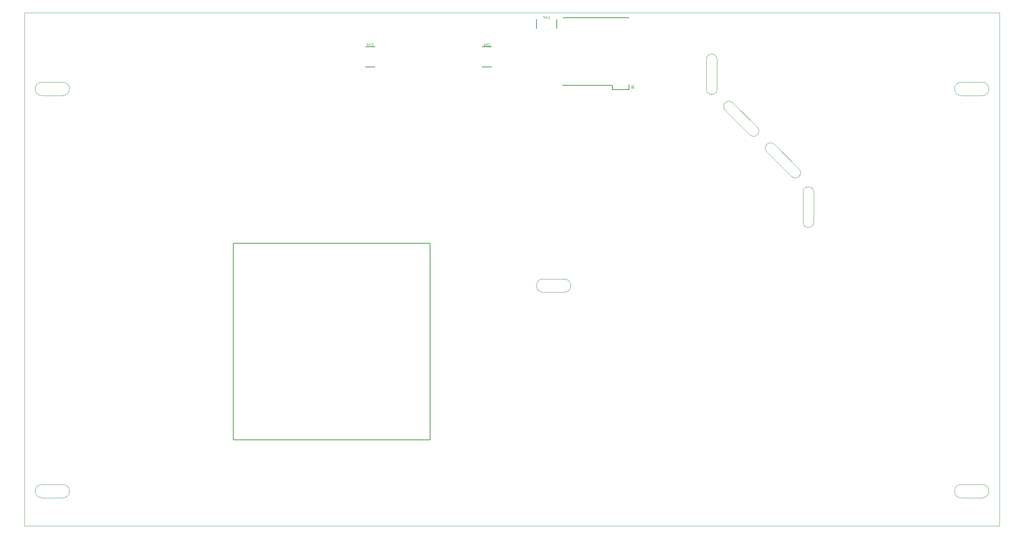
<source format=gbo>
G04*
G04 #@! TF.GenerationSoftware,Altium Limited,Altium Designer,23.1.1 (15)*
G04*
G04 Layer_Color=32896*
%FSLAX44Y44*%
%MOMM*%
G71*
G04*
G04 #@! TF.SameCoordinates,5873BA87-B4A8-4489-8BBC-5F2359CC4874*
G04*
G04*
G04 #@! TF.FilePolarity,Positive*
G04*
G01*
G75*
%ADD10C,0.2000*%
%ADD12C,0.1270*%
%ADD23C,0.0254*%
%ADD24C,0.1020*%
%ADD25C,0.1016*%
G36*
X1453579Y1054237D02*
X1453739Y1054209D01*
X1453880Y1054190D01*
X1454011Y1054152D01*
X1454124Y1054115D01*
X1454237Y1054077D01*
X1454331Y1054039D01*
X1454416Y1053992D01*
X1454491Y1053955D01*
X1454556Y1053917D01*
X1454603Y1053879D01*
X1454641Y1053851D01*
X1454679Y1053832D01*
X1454688Y1053823D01*
X1454698Y1053814D01*
X1454782Y1053720D01*
X1454857Y1053626D01*
X1454923Y1053522D01*
X1454979Y1053410D01*
X1455064Y1053194D01*
X1455120Y1052987D01*
X1455158Y1052789D01*
X1455167Y1052714D01*
X1455177Y1052639D01*
X1455186Y1052583D01*
Y1052498D01*
X1455177Y1052291D01*
X1455149Y1052103D01*
X1455111Y1051934D01*
X1455064Y1051784D01*
X1455026Y1051662D01*
X1454989Y1051577D01*
X1454961Y1051521D01*
X1454951Y1051502D01*
X1454857Y1051351D01*
X1454745Y1051220D01*
X1454632Y1051116D01*
X1454528Y1051022D01*
X1454425Y1050957D01*
X1454350Y1050910D01*
X1454293Y1050882D01*
X1454284Y1050872D01*
X1454275D01*
X1454087Y1050806D01*
X1453889Y1050750D01*
X1453673Y1050712D01*
X1453466Y1050694D01*
X1453288Y1050675D01*
X1453213D01*
X1453137Y1050665D01*
X1453081D01*
X1453043D01*
X1453015D01*
X1453006D01*
X1448570D01*
Y1051530D01*
X1453053D01*
X1453250D01*
X1453419Y1051549D01*
X1453560Y1051558D01*
X1453673Y1051577D01*
X1453758Y1051596D01*
X1453824Y1051605D01*
X1453861Y1051624D01*
X1453871D01*
X1453965Y1051662D01*
X1454040Y1051709D01*
X1454105Y1051765D01*
X1454171Y1051812D01*
X1454209Y1051868D01*
X1454246Y1051906D01*
X1454265Y1051934D01*
X1454275Y1051944D01*
X1454322Y1052038D01*
X1454359Y1052132D01*
X1454378Y1052225D01*
X1454397Y1052310D01*
X1454406Y1052395D01*
X1454416Y1052451D01*
Y1052507D01*
X1454406Y1052658D01*
X1454369Y1052799D01*
X1454331Y1052912D01*
X1454275Y1053015D01*
X1454228Y1053090D01*
X1454181Y1053147D01*
X1454152Y1053184D01*
X1454143Y1053194D01*
X1454087Y1053241D01*
X1454021Y1053278D01*
X1453871Y1053334D01*
X1453701Y1053391D01*
X1453532Y1053419D01*
X1453372Y1053447D01*
X1453307D01*
X1453250Y1053457D01*
X1453194Y1053466D01*
X1453156D01*
X1453137D01*
X1453128D01*
X1453241Y1054246D01*
X1453419D01*
X1453579Y1054237D01*
D02*
G37*
G36*
X1452339Y1049613D02*
X1452621Y1049594D01*
X1452884Y1049566D01*
X1453128Y1049519D01*
X1453344Y1049472D01*
X1453542Y1049425D01*
X1453720Y1049369D01*
X1453880Y1049303D01*
X1454011Y1049246D01*
X1454134Y1049190D01*
X1454228Y1049143D01*
X1454312Y1049087D01*
X1454378Y1049049D01*
X1454416Y1049021D01*
X1454444Y1049002D01*
X1454453Y1048993D01*
X1454585Y1048870D01*
X1454698Y1048739D01*
X1454792Y1048607D01*
X1454876Y1048476D01*
X1454951Y1048335D01*
X1455008Y1048203D01*
X1455055Y1048072D01*
X1455092Y1047940D01*
X1455120Y1047827D01*
X1455149Y1047714D01*
X1455167Y1047620D01*
X1455177Y1047536D01*
Y1047461D01*
X1455186Y1047414D01*
Y1047367D01*
X1455177Y1047151D01*
X1455139Y1046953D01*
X1455102Y1046775D01*
X1455045Y1046615D01*
X1454998Y1046493D01*
X1454951Y1046399D01*
X1454942Y1046361D01*
X1454923Y1046333D01*
X1454914Y1046323D01*
Y1046314D01*
X1454801Y1046154D01*
X1454669Y1046004D01*
X1454538Y1045882D01*
X1454406Y1045779D01*
X1454284Y1045694D01*
X1454190Y1045638D01*
X1454152Y1045619D01*
X1454124Y1045600D01*
X1454115Y1045591D01*
X1454105D01*
X1453908Y1045497D01*
X1453701Y1045431D01*
X1453513Y1045384D01*
X1453335Y1045356D01*
X1453184Y1045327D01*
X1453128D01*
X1453072Y1045318D01*
X1453025D01*
X1452997D01*
X1452978D01*
X1452968D01*
X1452799Y1045327D01*
X1452639Y1045346D01*
X1452480Y1045374D01*
X1452339Y1045403D01*
X1452207Y1045450D01*
X1452076Y1045497D01*
X1451963Y1045544D01*
X1451859Y1045600D01*
X1451765Y1045656D01*
X1451681Y1045703D01*
X1451615Y1045750D01*
X1451549Y1045797D01*
X1451502Y1045825D01*
X1451474Y1045854D01*
X1451455Y1045872D01*
X1451446Y1045882D01*
X1451342Y1045985D01*
X1451248Y1046098D01*
X1451173Y1046220D01*
X1451107Y1046333D01*
X1451042Y1046446D01*
X1450995Y1046559D01*
X1450929Y1046775D01*
X1450901Y1046869D01*
X1450882Y1046963D01*
X1450872Y1047038D01*
X1450863Y1047113D01*
X1450854Y1047169D01*
Y1047244D01*
X1450863Y1047414D01*
X1450891Y1047573D01*
X1450919Y1047724D01*
X1450957Y1047855D01*
X1451004Y1047968D01*
X1451032Y1048053D01*
X1451060Y1048109D01*
X1451070Y1048119D01*
Y1048128D01*
X1451164Y1048278D01*
X1451267Y1048410D01*
X1451371Y1048532D01*
X1451483Y1048626D01*
X1451577Y1048711D01*
X1451653Y1048776D01*
X1451709Y1048814D01*
X1451718Y1048823D01*
X1451549D01*
X1451380Y1048814D01*
X1451230Y1048805D01*
X1451079Y1048786D01*
X1450948Y1048776D01*
X1450826Y1048758D01*
X1450713Y1048739D01*
X1450609Y1048711D01*
X1450515Y1048692D01*
X1450440Y1048673D01*
X1450374Y1048654D01*
X1450318Y1048645D01*
X1450280Y1048626D01*
X1450252Y1048617D01*
X1450233Y1048607D01*
X1450224D01*
X1450036Y1048513D01*
X1449867Y1048419D01*
X1449735Y1048316D01*
X1449623Y1048222D01*
X1449529Y1048137D01*
X1449463Y1048072D01*
X1449425Y1048025D01*
X1449416Y1048006D01*
X1449341Y1047893D01*
X1449294Y1047780D01*
X1449256Y1047667D01*
X1449228Y1047555D01*
X1449209Y1047470D01*
X1449200Y1047395D01*
Y1047329D01*
X1449218Y1047160D01*
X1449256Y1047000D01*
X1449312Y1046869D01*
X1449369Y1046746D01*
X1449435Y1046653D01*
X1449491Y1046587D01*
X1449529Y1046549D01*
X1449547Y1046530D01*
X1449632Y1046464D01*
X1449735Y1046399D01*
X1449848Y1046342D01*
X1449961Y1046305D01*
X1450064Y1046267D01*
X1450149Y1046239D01*
X1450205Y1046230D01*
X1450215Y1046220D01*
X1450224D01*
X1450158Y1045421D01*
X1449895Y1045478D01*
X1449660Y1045562D01*
X1449453Y1045656D01*
X1449284Y1045760D01*
X1449153Y1045863D01*
X1449096Y1045901D01*
X1449049Y1045948D01*
X1449021Y1045976D01*
X1448993Y1046004D01*
X1448983Y1046013D01*
X1448974Y1046023D01*
X1448899Y1046117D01*
X1448833Y1046220D01*
X1448720Y1046427D01*
X1448645Y1046634D01*
X1448598Y1046831D01*
X1448561Y1047010D01*
X1448551Y1047085D01*
Y1047151D01*
X1448542Y1047207D01*
Y1047282D01*
X1448551Y1047470D01*
X1448570Y1047649D01*
X1448608Y1047818D01*
X1448655Y1047978D01*
X1448720Y1048119D01*
X1448777Y1048260D01*
X1448852Y1048382D01*
X1448918Y1048494D01*
X1448983Y1048588D01*
X1449059Y1048682D01*
X1449115Y1048758D01*
X1449171Y1048814D01*
X1449228Y1048861D01*
X1449265Y1048899D01*
X1449284Y1048917D01*
X1449294Y1048927D01*
X1449463Y1049049D01*
X1449660Y1049152D01*
X1449867Y1049246D01*
X1450083Y1049331D01*
X1450309Y1049397D01*
X1450534Y1049453D01*
X1450769Y1049500D01*
X1450985Y1049538D01*
X1451201Y1049566D01*
X1451399Y1049585D01*
X1451577Y1049603D01*
X1451728Y1049613D01*
X1451859D01*
X1451953Y1049622D01*
X1451991D01*
X1452019D01*
X1452029D01*
X1452038D01*
X1452339Y1049613D01*
D02*
G37*
G36*
X1103175Y1153382D02*
X1103353Y1153364D01*
X1103522Y1153326D01*
X1103682Y1153279D01*
X1103823Y1153213D01*
X1103964Y1153157D01*
X1104086Y1153082D01*
X1104199Y1153016D01*
X1104293Y1152950D01*
X1104387Y1152875D01*
X1104462Y1152819D01*
X1104518Y1152762D01*
X1104565Y1152706D01*
X1104603Y1152668D01*
X1104622Y1152650D01*
X1104631Y1152640D01*
X1104753Y1152471D01*
X1104857Y1152273D01*
X1104951Y1152067D01*
X1105035Y1151851D01*
X1105101Y1151625D01*
X1105157Y1151400D01*
X1105204Y1151165D01*
X1105242Y1150948D01*
X1105270Y1150732D01*
X1105289Y1150535D01*
X1105308Y1150356D01*
X1105317Y1150206D01*
Y1150074D01*
X1105327Y1149980D01*
Y1149943D01*
Y1149915D01*
Y1149905D01*
Y1149896D01*
X1105317Y1149595D01*
X1105298Y1149313D01*
X1105270Y1149050D01*
X1105223Y1148806D01*
X1105176Y1148589D01*
X1105129Y1148392D01*
X1105073Y1148214D01*
X1105007Y1148054D01*
X1104951Y1147922D01*
X1104894Y1147800D01*
X1104847Y1147706D01*
X1104791Y1147622D01*
X1104753Y1147556D01*
X1104725Y1147518D01*
X1104706Y1147490D01*
X1104697Y1147481D01*
X1104575Y1147349D01*
X1104443Y1147236D01*
X1104312Y1147142D01*
X1104180Y1147058D01*
X1104039Y1146982D01*
X1103907Y1146926D01*
X1103776Y1146879D01*
X1103644Y1146842D01*
X1103532Y1146813D01*
X1103419Y1146785D01*
X1103325Y1146766D01*
X1103240Y1146757D01*
X1103165D01*
X1103118Y1146748D01*
X1103071D01*
X1102855Y1146757D01*
X1102658Y1146795D01*
X1102479Y1146832D01*
X1102319Y1146889D01*
X1102197Y1146936D01*
X1102103Y1146982D01*
X1102066Y1146992D01*
X1102037Y1147011D01*
X1102028Y1147020D01*
X1102019D01*
X1101859Y1147133D01*
X1101708Y1147264D01*
X1101586Y1147396D01*
X1101483Y1147528D01*
X1101398Y1147650D01*
X1101342Y1147744D01*
X1101323Y1147781D01*
X1101304Y1147810D01*
X1101295Y1147819D01*
Y1147828D01*
X1101201Y1148026D01*
X1101135Y1148232D01*
X1101088Y1148420D01*
X1101060Y1148599D01*
X1101032Y1148749D01*
Y1148806D01*
X1101022Y1148862D01*
Y1148909D01*
Y1148937D01*
Y1148956D01*
Y1148965D01*
X1101032Y1149135D01*
X1101050Y1149294D01*
X1101079Y1149454D01*
X1101107Y1149595D01*
X1101154Y1149727D01*
X1101201Y1149858D01*
X1101248Y1149971D01*
X1101304Y1150074D01*
X1101361Y1150168D01*
X1101408Y1150253D01*
X1101455Y1150319D01*
X1101502Y1150385D01*
X1101530Y1150432D01*
X1101558Y1150460D01*
X1101577Y1150479D01*
X1101586Y1150488D01*
X1101690Y1150591D01*
X1101802Y1150685D01*
X1101925Y1150760D01*
X1102037Y1150826D01*
X1102150Y1150892D01*
X1102263Y1150939D01*
X1102479Y1151005D01*
X1102573Y1151033D01*
X1102667Y1151052D01*
X1102742Y1151061D01*
X1102817Y1151071D01*
X1102874Y1151080D01*
X1102949D01*
X1103118Y1151071D01*
X1103278Y1151042D01*
X1103428Y1151014D01*
X1103560Y1150977D01*
X1103672Y1150930D01*
X1103757Y1150901D01*
X1103813Y1150873D01*
X1103823Y1150864D01*
X1103832D01*
X1103983Y1150770D01*
X1104114Y1150667D01*
X1104236Y1150563D01*
X1104330Y1150450D01*
X1104415Y1150356D01*
X1104481Y1150281D01*
X1104518Y1150225D01*
X1104528Y1150215D01*
Y1150385D01*
X1104518Y1150554D01*
X1104509Y1150704D01*
X1104490Y1150854D01*
X1104481Y1150986D01*
X1104462Y1151108D01*
X1104443Y1151221D01*
X1104415Y1151324D01*
X1104396Y1151418D01*
X1104377Y1151494D01*
X1104359Y1151559D01*
X1104349Y1151616D01*
X1104330Y1151653D01*
X1104321Y1151682D01*
X1104312Y1151700D01*
Y1151710D01*
X1104218Y1151898D01*
X1104124Y1152067D01*
X1104020Y1152198D01*
X1103926Y1152311D01*
X1103842Y1152405D01*
X1103776Y1152471D01*
X1103729Y1152508D01*
X1103710Y1152518D01*
X1103597Y1152593D01*
X1103485Y1152640D01*
X1103372Y1152678D01*
X1103259Y1152706D01*
X1103175Y1152725D01*
X1103099Y1152734D01*
X1103034D01*
X1102864Y1152715D01*
X1102705Y1152678D01*
X1102573Y1152621D01*
X1102451Y1152565D01*
X1102357Y1152499D01*
X1102291Y1152443D01*
X1102253Y1152405D01*
X1102235Y1152386D01*
X1102169Y1152302D01*
X1102103Y1152198D01*
X1102047Y1152086D01*
X1102009Y1151973D01*
X1101972Y1151869D01*
X1101943Y1151785D01*
X1101934Y1151729D01*
X1101925Y1151719D01*
Y1151710D01*
X1101126Y1151775D01*
X1101182Y1152039D01*
X1101267Y1152273D01*
X1101361Y1152480D01*
X1101464Y1152650D01*
X1101567Y1152781D01*
X1101605Y1152837D01*
X1101652Y1152884D01*
X1101680Y1152913D01*
X1101708Y1152941D01*
X1101718Y1152950D01*
X1101727Y1152960D01*
X1101821Y1153035D01*
X1101925Y1153101D01*
X1102131Y1153213D01*
X1102338Y1153288D01*
X1102535Y1153335D01*
X1102714Y1153373D01*
X1102789Y1153382D01*
X1102855D01*
X1102911Y1153392D01*
X1102987D01*
X1103175Y1153382D01*
D02*
G37*
G36*
X1109020Y1153458D02*
X1109321Y1153411D01*
X1109584Y1153354D01*
X1109706Y1153317D01*
X1109819Y1153279D01*
X1109922Y1153242D01*
X1110016Y1153204D01*
X1110091Y1153176D01*
X1110167Y1153148D01*
X1110214Y1153119D01*
X1110251Y1153101D01*
X1110279Y1153091D01*
X1110289Y1153082D01*
X1110543Y1152922D01*
X1110759Y1152734D01*
X1110947Y1152546D01*
X1111106Y1152358D01*
X1111228Y1152189D01*
X1111275Y1152114D01*
X1111313Y1152048D01*
X1111351Y1152001D01*
X1111369Y1151963D01*
X1111379Y1151935D01*
X1111388Y1151926D01*
X1111520Y1151635D01*
X1111614Y1151334D01*
X1111680Y1151033D01*
X1111727Y1150760D01*
X1111745Y1150638D01*
X1111755Y1150516D01*
X1111764Y1150422D01*
Y1150328D01*
X1111774Y1150262D01*
Y1150206D01*
Y1150168D01*
Y1150159D01*
X1111755Y1149821D01*
X1111717Y1149492D01*
X1111670Y1149200D01*
X1111633Y1149059D01*
X1111605Y1148937D01*
X1111576Y1148824D01*
X1111539Y1148721D01*
X1111510Y1148627D01*
X1111492Y1148552D01*
X1111463Y1148495D01*
X1111454Y1148449D01*
X1111435Y1148420D01*
Y1148411D01*
X1111294Y1148129D01*
X1111135Y1147875D01*
X1110965Y1147659D01*
X1110881Y1147574D01*
X1110806Y1147490D01*
X1110730Y1147415D01*
X1110655Y1147349D01*
X1110590Y1147293D01*
X1110533Y1147255D01*
X1110496Y1147217D01*
X1110458Y1147189D01*
X1110439Y1147180D01*
X1110430Y1147170D01*
X1110298Y1147095D01*
X1110167Y1147029D01*
X1109885Y1146926D01*
X1109603Y1146851D01*
X1109330Y1146804D01*
X1109199Y1146785D01*
X1109086Y1146766D01*
X1108982Y1146757D01*
X1108898D01*
X1108823Y1146748D01*
X1108719D01*
X1108531Y1146757D01*
X1108353Y1146776D01*
X1108184Y1146795D01*
X1108024Y1146832D01*
X1107874Y1146879D01*
X1107732Y1146926D01*
X1107601Y1146973D01*
X1107479Y1147029D01*
X1107375Y1147076D01*
X1107272Y1147123D01*
X1107197Y1147170D01*
X1107122Y1147217D01*
X1107075Y1147255D01*
X1107028Y1147274D01*
X1107009Y1147293D01*
X1106999Y1147302D01*
X1106868Y1147415D01*
X1106755Y1147528D01*
X1106652Y1147659D01*
X1106548Y1147791D01*
X1106379Y1148054D01*
X1106248Y1148317D01*
X1106191Y1148439D01*
X1106144Y1148552D01*
X1106107Y1148655D01*
X1106078Y1148740D01*
X1106050Y1148815D01*
X1106031Y1148872D01*
X1106022Y1148909D01*
Y1148919D01*
X1106887Y1149135D01*
X1106924Y1148984D01*
X1106971Y1148843D01*
X1107018Y1148712D01*
X1107065Y1148589D01*
X1107122Y1148477D01*
X1107178Y1148383D01*
X1107244Y1148289D01*
X1107300Y1148204D01*
X1107347Y1148129D01*
X1107404Y1148073D01*
X1107450Y1148016D01*
X1107488Y1147969D01*
X1107526Y1147941D01*
X1107554Y1147913D01*
X1107563Y1147904D01*
X1107573Y1147894D01*
X1107667Y1147819D01*
X1107770Y1147763D01*
X1107977Y1147659D01*
X1108174Y1147584D01*
X1108372Y1147537D01*
X1108541Y1147499D01*
X1108606Y1147490D01*
X1108672D01*
X1108729Y1147481D01*
X1108794D01*
X1109011Y1147490D01*
X1109217Y1147528D01*
X1109405Y1147574D01*
X1109575Y1147631D01*
X1109706Y1147687D01*
X1109762Y1147716D01*
X1109809Y1147734D01*
X1109847Y1147753D01*
X1109875Y1147772D01*
X1109894Y1147781D01*
X1109903D01*
X1110082Y1147913D01*
X1110232Y1148054D01*
X1110364Y1148214D01*
X1110467Y1148364D01*
X1110552Y1148495D01*
X1110608Y1148608D01*
X1110627Y1148655D01*
X1110646Y1148683D01*
X1110655Y1148702D01*
Y1148712D01*
X1110730Y1148956D01*
X1110787Y1149200D01*
X1110834Y1149445D01*
X1110862Y1149670D01*
X1110871Y1149774D01*
X1110881Y1149868D01*
Y1149952D01*
X1110890Y1150018D01*
Y1150074D01*
Y1150121D01*
Y1150150D01*
Y1150159D01*
X1110881Y1150403D01*
X1110862Y1150629D01*
X1110824Y1150836D01*
X1110787Y1151024D01*
X1110759Y1151183D01*
X1110740Y1151249D01*
X1110721Y1151305D01*
X1110712Y1151352D01*
X1110702Y1151381D01*
X1110693Y1151400D01*
Y1151409D01*
X1110599Y1151625D01*
X1110496Y1151822D01*
X1110383Y1151982D01*
X1110260Y1152123D01*
X1110157Y1152236D01*
X1110073Y1152311D01*
X1110007Y1152358D01*
X1109997Y1152377D01*
X1109988D01*
X1109791Y1152499D01*
X1109575Y1152593D01*
X1109368Y1152659D01*
X1109170Y1152696D01*
X1108992Y1152725D01*
X1108917Y1152734D01*
X1108851D01*
X1108804Y1152743D01*
X1108729D01*
X1108494Y1152734D01*
X1108278Y1152696D01*
X1108099Y1152640D01*
X1107939Y1152584D01*
X1107817Y1152518D01*
X1107723Y1152471D01*
X1107667Y1152433D01*
X1107648Y1152414D01*
X1107497Y1152273D01*
X1107357Y1152114D01*
X1107244Y1151945D01*
X1107150Y1151775D01*
X1107075Y1151625D01*
X1107046Y1151550D01*
X1107028Y1151494D01*
X1107009Y1151447D01*
X1106990Y1151409D01*
X1106981Y1151390D01*
Y1151381D01*
X1106135Y1151578D01*
X1106191Y1151747D01*
X1106248Y1151898D01*
X1106323Y1152039D01*
X1106389Y1152180D01*
X1106464Y1152302D01*
X1106548Y1152414D01*
X1106624Y1152527D01*
X1106699Y1152621D01*
X1106774Y1152696D01*
X1106840Y1152772D01*
X1106906Y1152837D01*
X1106952Y1152884D01*
X1106999Y1152931D01*
X1107037Y1152960D01*
X1107056Y1152969D01*
X1107065Y1152978D01*
X1107197Y1153063D01*
X1107328Y1153148D01*
X1107460Y1153213D01*
X1107601Y1153270D01*
X1107883Y1153354D01*
X1108137Y1153411D01*
X1108259Y1153439D01*
X1108362Y1153448D01*
X1108465Y1153458D01*
X1108550Y1153467D01*
X1108616Y1153476D01*
X1108710D01*
X1109020Y1153458D01*
D02*
G37*
G36*
X1100505Y1149153D02*
Y1148420D01*
X1097677D01*
Y1146860D01*
X1096878D01*
Y1148420D01*
X1095994D01*
Y1149153D01*
X1096878D01*
Y1153364D01*
X1097526D01*
X1100505Y1149153D01*
D02*
G37*
G36*
X1251528Y1218990D02*
X1251829Y1218943D01*
X1252092Y1218886D01*
X1252214Y1218849D01*
X1252327Y1218811D01*
X1252430Y1218773D01*
X1252524Y1218736D01*
X1252599Y1218708D01*
X1252675Y1218680D01*
X1252722Y1218651D01*
X1252759Y1218633D01*
X1252787Y1218623D01*
X1252797Y1218614D01*
X1253051Y1218454D01*
X1253267Y1218266D01*
X1253455Y1218078D01*
X1253615Y1217890D01*
X1253737Y1217721D01*
X1253784Y1217646D01*
X1253821Y1217580D01*
X1253859Y1217533D01*
X1253878Y1217495D01*
X1253887Y1217467D01*
X1253896Y1217458D01*
X1254028Y1217167D01*
X1254122Y1216866D01*
X1254188Y1216565D01*
X1254235Y1216292D01*
X1254253Y1216170D01*
X1254263Y1216048D01*
X1254272Y1215954D01*
Y1215860D01*
X1254282Y1215794D01*
Y1215738D01*
Y1215700D01*
Y1215691D01*
X1254263Y1215353D01*
X1254225Y1215024D01*
X1254178Y1214732D01*
X1254141Y1214591D01*
X1254113Y1214469D01*
X1254084Y1214357D01*
X1254047Y1214253D01*
X1254019Y1214159D01*
X1254000Y1214084D01*
X1253972Y1214027D01*
X1253962Y1213981D01*
X1253943Y1213952D01*
Y1213943D01*
X1253802Y1213661D01*
X1253643Y1213407D01*
X1253474Y1213191D01*
X1253389Y1213107D01*
X1253314Y1213022D01*
X1253239Y1212947D01*
X1253163Y1212881D01*
X1253098Y1212825D01*
X1253041Y1212787D01*
X1253004Y1212749D01*
X1252966Y1212721D01*
X1252947Y1212712D01*
X1252938Y1212702D01*
X1252806Y1212627D01*
X1252675Y1212561D01*
X1252393Y1212458D01*
X1252111Y1212383D01*
X1251838Y1212336D01*
X1251707Y1212317D01*
X1251594Y1212298D01*
X1251490Y1212289D01*
X1251406D01*
X1251331Y1212280D01*
X1251227D01*
X1251039Y1212289D01*
X1250861Y1212308D01*
X1250692Y1212327D01*
X1250532Y1212364D01*
X1250381Y1212411D01*
X1250241Y1212458D01*
X1250109Y1212505D01*
X1249987Y1212561D01*
X1249883Y1212608D01*
X1249780Y1212655D01*
X1249705Y1212702D01*
X1249630Y1212749D01*
X1249583Y1212787D01*
X1249536Y1212806D01*
X1249517Y1212825D01*
X1249508Y1212834D01*
X1249376Y1212947D01*
X1249263Y1213060D01*
X1249160Y1213191D01*
X1249056Y1213323D01*
X1248887Y1213586D01*
X1248756Y1213849D01*
X1248699Y1213971D01*
X1248652Y1214084D01*
X1248615Y1214187D01*
X1248587Y1214272D01*
X1248558Y1214347D01*
X1248540Y1214404D01*
X1248530Y1214441D01*
Y1214451D01*
X1249395Y1214667D01*
X1249432Y1214516D01*
X1249479Y1214375D01*
X1249526Y1214244D01*
X1249573Y1214121D01*
X1249630Y1214009D01*
X1249686Y1213915D01*
X1249752Y1213821D01*
X1249808Y1213736D01*
X1249855Y1213661D01*
X1249912Y1213605D01*
X1249959Y1213548D01*
X1249996Y1213501D01*
X1250034Y1213473D01*
X1250062Y1213445D01*
X1250071Y1213436D01*
X1250081Y1213426D01*
X1250175Y1213351D01*
X1250278Y1213295D01*
X1250485Y1213191D01*
X1250682Y1213116D01*
X1250880Y1213069D01*
X1251049Y1213031D01*
X1251115Y1213022D01*
X1251180D01*
X1251237Y1213013D01*
X1251303D01*
X1251519Y1213022D01*
X1251725Y1213060D01*
X1251913Y1213107D01*
X1252083Y1213163D01*
X1252214Y1213219D01*
X1252271Y1213248D01*
X1252318Y1213266D01*
X1252355Y1213285D01*
X1252383Y1213304D01*
X1252402Y1213313D01*
X1252411D01*
X1252590Y1213445D01*
X1252740Y1213586D01*
X1252872Y1213746D01*
X1252975Y1213896D01*
X1253060Y1214027D01*
X1253116Y1214140D01*
X1253135Y1214187D01*
X1253154Y1214215D01*
X1253163Y1214234D01*
Y1214244D01*
X1253239Y1214488D01*
X1253295Y1214732D01*
X1253342Y1214977D01*
X1253370Y1215202D01*
X1253380Y1215306D01*
X1253389Y1215400D01*
Y1215484D01*
X1253398Y1215550D01*
Y1215606D01*
Y1215653D01*
Y1215682D01*
Y1215691D01*
X1253389Y1215935D01*
X1253370Y1216161D01*
X1253333Y1216368D01*
X1253295Y1216556D01*
X1253267Y1216715D01*
X1253248Y1216781D01*
X1253229Y1216837D01*
X1253220Y1216885D01*
X1253210Y1216913D01*
X1253201Y1216932D01*
Y1216941D01*
X1253107Y1217157D01*
X1253004Y1217354D01*
X1252891Y1217514D01*
X1252769Y1217655D01*
X1252665Y1217768D01*
X1252581Y1217843D01*
X1252515Y1217890D01*
X1252505Y1217909D01*
X1252496D01*
X1252299Y1218031D01*
X1252083Y1218125D01*
X1251876Y1218191D01*
X1251678Y1218229D01*
X1251500Y1218257D01*
X1251425Y1218266D01*
X1251359D01*
X1251312Y1218275D01*
X1251237D01*
X1251002Y1218266D01*
X1250786Y1218229D01*
X1250607Y1218172D01*
X1250447Y1218116D01*
X1250325Y1218050D01*
X1250231Y1218003D01*
X1250175Y1217965D01*
X1250156Y1217946D01*
X1250006Y1217805D01*
X1249865Y1217646D01*
X1249752Y1217477D01*
X1249658Y1217307D01*
X1249583Y1217157D01*
X1249555Y1217082D01*
X1249536Y1217026D01*
X1249517Y1216979D01*
X1249498Y1216941D01*
X1249489Y1216922D01*
Y1216913D01*
X1248643Y1217110D01*
X1248699Y1217279D01*
X1248756Y1217430D01*
X1248831Y1217571D01*
X1248897Y1217712D01*
X1248972Y1217834D01*
X1249056Y1217946D01*
X1249132Y1218059D01*
X1249207Y1218153D01*
X1249282Y1218229D01*
X1249348Y1218304D01*
X1249414Y1218369D01*
X1249461Y1218416D01*
X1249508Y1218463D01*
X1249545Y1218492D01*
X1249564Y1218501D01*
X1249573Y1218510D01*
X1249705Y1218595D01*
X1249837Y1218680D01*
X1249968Y1218745D01*
X1250109Y1218802D01*
X1250391Y1218886D01*
X1250645Y1218943D01*
X1250767Y1218971D01*
X1250870Y1218980D01*
X1250974Y1218990D01*
X1251058Y1218999D01*
X1251124Y1219008D01*
X1251218D01*
X1251528Y1218990D01*
D02*
G37*
G36*
X1248070Y1214685D02*
Y1213952D01*
X1245241D01*
Y1212392D01*
X1244442D01*
Y1213952D01*
X1243559D01*
Y1214685D01*
X1244442D01*
Y1218896D01*
X1245090D01*
X1248070Y1214685D01*
D02*
G37*
G36*
X1242685Y1218040D02*
X1239499D01*
X1239724Y1217768D01*
X1239940Y1217477D01*
X1240128Y1217195D01*
X1240307Y1216922D01*
X1240382Y1216800D01*
X1240448Y1216687D01*
X1240514Y1216584D01*
X1240561Y1216499D01*
X1240598Y1216424D01*
X1240626Y1216377D01*
X1240645Y1216339D01*
X1240655Y1216330D01*
X1240843Y1215954D01*
X1241012Y1215578D01*
X1241153Y1215221D01*
X1241209Y1215061D01*
X1241265Y1214902D01*
X1241322Y1214761D01*
X1241359Y1214629D01*
X1241397Y1214516D01*
X1241425Y1214422D01*
X1241453Y1214338D01*
X1241472Y1214281D01*
X1241482Y1214244D01*
Y1214234D01*
X1241576Y1213849D01*
X1241613Y1213661D01*
X1241641Y1213492D01*
X1241670Y1213332D01*
X1241698Y1213172D01*
X1241717Y1213041D01*
X1241735Y1212909D01*
X1241745Y1212796D01*
X1241754Y1212693D01*
X1241764Y1212599D01*
Y1212524D01*
X1241773Y1212467D01*
Y1212430D01*
Y1212402D01*
Y1212392D01*
X1240955D01*
X1240927Y1212749D01*
X1240880Y1213078D01*
X1240833Y1213379D01*
X1240805Y1213520D01*
X1240777Y1213652D01*
X1240758Y1213764D01*
X1240730Y1213868D01*
X1240711Y1213962D01*
X1240692Y1214037D01*
X1240673Y1214093D01*
X1240664Y1214140D01*
X1240655Y1214168D01*
Y1214178D01*
X1240514Y1214610D01*
X1240363Y1215014D01*
X1240288Y1215212D01*
X1240213Y1215400D01*
X1240128Y1215569D01*
X1240053Y1215738D01*
X1239987Y1215888D01*
X1239922Y1216020D01*
X1239865Y1216133D01*
X1239818Y1216236D01*
X1239771Y1216321D01*
X1239743Y1216377D01*
X1239724Y1216415D01*
X1239715Y1216424D01*
X1239602Y1216621D01*
X1239489Y1216819D01*
X1239377Y1216997D01*
X1239264Y1217167D01*
X1239160Y1217317D01*
X1239057Y1217467D01*
X1238954Y1217599D01*
X1238869Y1217712D01*
X1238784Y1217824D01*
X1238709Y1217918D01*
X1238634Y1217993D01*
X1238578Y1218059D01*
X1238540Y1218116D01*
X1238503Y1218153D01*
X1238484Y1218172D01*
X1238474Y1218182D01*
Y1218811D01*
X1242685D01*
Y1218040D01*
D02*
G37*
G36*
X819588Y1153627D02*
X819842Y1153580D01*
X820058Y1153505D01*
X820246Y1153430D01*
X820331Y1153383D01*
X820396Y1153345D01*
X820462Y1153308D01*
X820509Y1153270D01*
X820547Y1153242D01*
X820575Y1153223D01*
X820594Y1153214D01*
X820603Y1153204D01*
X820782Y1153026D01*
X820923Y1152828D01*
X821035Y1152622D01*
X821129Y1152415D01*
X821186Y1152236D01*
X821214Y1152161D01*
X821233Y1152095D01*
X821242Y1152039D01*
X821252Y1152001D01*
X821261Y1151973D01*
Y1151964D01*
X820462Y1151823D01*
X820425Y1152029D01*
X820368Y1152208D01*
X820302Y1152358D01*
X820237Y1152481D01*
X820171Y1152574D01*
X820114Y1152640D01*
X820077Y1152687D01*
X820067Y1152697D01*
X819945Y1152791D01*
X819814Y1152866D01*
X819691Y1152913D01*
X819569Y1152951D01*
X819457Y1152969D01*
X819372Y1152988D01*
X819297D01*
X819128Y1152979D01*
X818977Y1152941D01*
X818846Y1152894D01*
X818733Y1152847D01*
X818648Y1152791D01*
X818583Y1152744D01*
X818536Y1152706D01*
X818526Y1152697D01*
X818423Y1152584D01*
X818348Y1152462D01*
X818301Y1152340D01*
X818263Y1152227D01*
X818244Y1152123D01*
X818225Y1152048D01*
Y1151992D01*
Y1151982D01*
Y1151973D01*
Y1151870D01*
X818244Y1151776D01*
X818291Y1151616D01*
X818357Y1151475D01*
X818432Y1151353D01*
X818507Y1151268D01*
X818573Y1151202D01*
X818620Y1151165D01*
X818630Y1151155D01*
X818639D01*
X818799Y1151071D01*
X818949Y1151005D01*
X819109Y1150958D01*
X819250Y1150930D01*
X819372Y1150911D01*
X819475Y1150892D01*
X819597D01*
X819635Y1150902D01*
X819682D01*
X819776Y1150197D01*
X819654Y1150225D01*
X819541Y1150244D01*
X819447Y1150263D01*
X819363Y1150272D01*
X819297Y1150281D01*
X819212D01*
X819015Y1150263D01*
X818836Y1150225D01*
X818677Y1150169D01*
X818545Y1150103D01*
X818442Y1150037D01*
X818366Y1149981D01*
X818319Y1149943D01*
X818301Y1149924D01*
X818178Y1149783D01*
X818084Y1149633D01*
X818019Y1149483D01*
X817981Y1149332D01*
X817953Y1149210D01*
X817943Y1149107D01*
X817934Y1149069D01*
Y1149041D01*
Y1149022D01*
Y1149013D01*
X817953Y1148806D01*
X818000Y1148618D01*
X818056Y1148458D01*
X818131Y1148317D01*
X818207Y1148204D01*
X818263Y1148120D01*
X818310Y1148064D01*
X818329Y1148045D01*
X818479Y1147913D01*
X818639Y1147819D01*
X818799Y1147753D01*
X818949Y1147706D01*
X819081Y1147678D01*
X819184Y1147669D01*
X819222Y1147659D01*
X819278D01*
X819447Y1147669D01*
X819607Y1147706D01*
X819748Y1147753D01*
X819861Y1147810D01*
X819955Y1147857D01*
X820030Y1147904D01*
X820067Y1147941D01*
X820086Y1147951D01*
X820199Y1148082D01*
X820293Y1148233D01*
X820378Y1148392D01*
X820443Y1148562D01*
X820490Y1148703D01*
X820509Y1148768D01*
X820519Y1148825D01*
X820528Y1148872D01*
X820537Y1148909D01*
X820547Y1148928D01*
Y1148938D01*
X821346Y1148834D01*
X821327Y1148684D01*
X821299Y1148543D01*
X821214Y1148280D01*
X821111Y1148054D01*
X821054Y1147960D01*
X820998Y1147866D01*
X820941Y1147782D01*
X820885Y1147716D01*
X820838Y1147650D01*
X820791Y1147603D01*
X820763Y1147565D01*
X820735Y1147537D01*
X820716Y1147518D01*
X820706Y1147509D01*
X820594Y1147424D01*
X820481Y1147340D01*
X820368Y1147274D01*
X820246Y1147218D01*
X820011Y1147124D01*
X819786Y1147067D01*
X819682Y1147048D01*
X819588Y1147030D01*
X819504Y1147020D01*
X819428Y1147011D01*
X819372Y1147001D01*
X819287D01*
X819109Y1147011D01*
X818949Y1147030D01*
X818789Y1147058D01*
X818639Y1147095D01*
X818498Y1147142D01*
X818376Y1147189D01*
X818254Y1147246D01*
X818150Y1147302D01*
X818047Y1147349D01*
X817962Y1147406D01*
X817887Y1147453D01*
X817831Y1147500D01*
X817784Y1147537D01*
X817746Y1147565D01*
X817727Y1147584D01*
X817718Y1147594D01*
X817605Y1147706D01*
X817511Y1147829D01*
X817427Y1147951D01*
X817351Y1148073D01*
X817295Y1148186D01*
X817239Y1148308D01*
X817163Y1148533D01*
X817145Y1148637D01*
X817126Y1148731D01*
X817107Y1148815D01*
X817098Y1148891D01*
X817088Y1148947D01*
Y1148994D01*
Y1149022D01*
Y1149032D01*
X817098Y1149257D01*
X817135Y1149464D01*
X817192Y1149642D01*
X817248Y1149793D01*
X817304Y1149915D01*
X817361Y1150009D01*
X817398Y1150065D01*
X817408Y1150084D01*
X817539Y1150225D01*
X817680Y1150347D01*
X817831Y1150441D01*
X817981Y1150516D01*
X818113Y1150573D01*
X818216Y1150610D01*
X818254Y1150620D01*
X818282Y1150629D01*
X818301Y1150639D01*
X818310D01*
X818150Y1150723D01*
X818019Y1150808D01*
X817906Y1150902D01*
X817812Y1150986D01*
X817737Y1151061D01*
X817680Y1151127D01*
X817652Y1151165D01*
X817643Y1151184D01*
X817568Y1151315D01*
X817511Y1151447D01*
X817464Y1151578D01*
X817436Y1151701D01*
X817417Y1151804D01*
X817408Y1151879D01*
Y1151936D01*
Y1151954D01*
X817417Y1152114D01*
X817445Y1152274D01*
X817483Y1152415D01*
X817530Y1152537D01*
X817577Y1152640D01*
X817615Y1152725D01*
X817643Y1152772D01*
X817652Y1152791D01*
X817746Y1152932D01*
X817859Y1153054D01*
X817972Y1153157D01*
X818084Y1153251D01*
X818178Y1153317D01*
X818263Y1153373D01*
X818319Y1153402D01*
X818329Y1153411D01*
X818338D01*
X818507Y1153486D01*
X818677Y1153542D01*
X818846Y1153589D01*
X818996Y1153618D01*
X819118Y1153636D01*
X819222Y1153646D01*
X819457D01*
X819588Y1153627D01*
D02*
G37*
G36*
X830142Y1153712D02*
X830443Y1153665D01*
X830706Y1153608D01*
X830828Y1153571D01*
X830941Y1153533D01*
X831044Y1153495D01*
X831138Y1153458D01*
X831214Y1153430D01*
X831289Y1153402D01*
X831336Y1153373D01*
X831373Y1153355D01*
X831401Y1153345D01*
X831411Y1153336D01*
X831665Y1153176D01*
X831881Y1152988D01*
X832069Y1152800D01*
X832228Y1152612D01*
X832351Y1152443D01*
X832398Y1152368D01*
X832435Y1152302D01*
X832473Y1152255D01*
X832492Y1152217D01*
X832501Y1152189D01*
X832510Y1152180D01*
X832642Y1151889D01*
X832736Y1151588D01*
X832802Y1151287D01*
X832849Y1151014D01*
X832868Y1150892D01*
X832877Y1150770D01*
X832886Y1150676D01*
Y1150582D01*
X832896Y1150516D01*
Y1150460D01*
Y1150422D01*
Y1150413D01*
X832877Y1150075D01*
X832839Y1149746D01*
X832792Y1149454D01*
X832755Y1149313D01*
X832727Y1149191D01*
X832698Y1149079D01*
X832661Y1148975D01*
X832633Y1148881D01*
X832614Y1148806D01*
X832586Y1148749D01*
X832576Y1148703D01*
X832557Y1148674D01*
Y1148665D01*
X832416Y1148383D01*
X832257Y1148129D01*
X832087Y1147913D01*
X832003Y1147829D01*
X831928Y1147744D01*
X831852Y1147669D01*
X831777Y1147603D01*
X831712Y1147547D01*
X831655Y1147509D01*
X831618Y1147471D01*
X831580Y1147443D01*
X831561Y1147434D01*
X831552Y1147424D01*
X831420Y1147349D01*
X831289Y1147283D01*
X831007Y1147180D01*
X830725Y1147105D01*
X830452Y1147058D01*
X830321Y1147039D01*
X830208Y1147020D01*
X830105Y1147011D01*
X830020D01*
X829945Y1147001D01*
X829841D01*
X829653Y1147011D01*
X829475Y1147030D01*
X829306Y1147048D01*
X829146Y1147086D01*
X828996Y1147133D01*
X828855Y1147180D01*
X828723Y1147227D01*
X828601Y1147283D01*
X828497Y1147330D01*
X828394Y1147377D01*
X828319Y1147424D01*
X828244Y1147471D01*
X828197Y1147509D01*
X828150Y1147528D01*
X828131Y1147547D01*
X828121Y1147556D01*
X827990Y1147669D01*
X827877Y1147782D01*
X827774Y1147913D01*
X827670Y1148045D01*
X827501Y1148308D01*
X827370Y1148571D01*
X827313Y1148693D01*
X827266Y1148806D01*
X827229Y1148909D01*
X827200Y1148994D01*
X827172Y1149069D01*
X827153Y1149126D01*
X827144Y1149163D01*
Y1149173D01*
X828009Y1149389D01*
X828046Y1149238D01*
X828093Y1149097D01*
X828140Y1148966D01*
X828187Y1148844D01*
X828244Y1148731D01*
X828300Y1148637D01*
X828366Y1148543D01*
X828422Y1148458D01*
X828469Y1148383D01*
X828526Y1148327D01*
X828573Y1148270D01*
X828610Y1148223D01*
X828648Y1148195D01*
X828676Y1148167D01*
X828685Y1148158D01*
X828695Y1148148D01*
X828789Y1148073D01*
X828892Y1148017D01*
X829099Y1147913D01*
X829296Y1147838D01*
X829494Y1147791D01*
X829663Y1147753D01*
X829729Y1147744D01*
X829794D01*
X829851Y1147735D01*
X829917D01*
X830133Y1147744D01*
X830340Y1147782D01*
X830527Y1147829D01*
X830697Y1147885D01*
X830828Y1147941D01*
X830884Y1147970D01*
X830931Y1147988D01*
X830969Y1148007D01*
X830997Y1148026D01*
X831016Y1148035D01*
X831025D01*
X831204Y1148167D01*
X831354Y1148308D01*
X831486Y1148468D01*
X831589Y1148618D01*
X831674Y1148749D01*
X831730Y1148862D01*
X831749Y1148909D01*
X831768Y1148938D01*
X831777Y1148956D01*
Y1148966D01*
X831852Y1149210D01*
X831909Y1149454D01*
X831956Y1149699D01*
X831984Y1149924D01*
X831993Y1150028D01*
X832003Y1150122D01*
Y1150206D01*
X832012Y1150272D01*
Y1150328D01*
Y1150375D01*
Y1150404D01*
Y1150413D01*
X832003Y1150657D01*
X831984Y1150883D01*
X831946Y1151090D01*
X831909Y1151278D01*
X831881Y1151437D01*
X831862Y1151503D01*
X831843Y1151560D01*
X831834Y1151607D01*
X831824Y1151635D01*
X831815Y1151654D01*
Y1151663D01*
X831721Y1151879D01*
X831618Y1152076D01*
X831505Y1152236D01*
X831383Y1152377D01*
X831279Y1152490D01*
X831195Y1152565D01*
X831129Y1152612D01*
X831120Y1152631D01*
X831110D01*
X830913Y1152753D01*
X830697Y1152847D01*
X830490Y1152913D01*
X830293Y1152951D01*
X830114Y1152979D01*
X830039Y1152988D01*
X829973D01*
X829926Y1152997D01*
X829851D01*
X829616Y1152988D01*
X829400Y1152951D01*
X829221Y1152894D01*
X829061Y1152838D01*
X828939Y1152772D01*
X828845Y1152725D01*
X828789Y1152687D01*
X828770Y1152669D01*
X828620Y1152527D01*
X828479Y1152368D01*
X828366Y1152199D01*
X828272Y1152029D01*
X828197Y1151879D01*
X828168Y1151804D01*
X828150Y1151748D01*
X828131Y1151701D01*
X828112Y1151663D01*
X828103Y1151644D01*
Y1151635D01*
X827257Y1151832D01*
X827313Y1152001D01*
X827370Y1152152D01*
X827445Y1152293D01*
X827511Y1152434D01*
X827586Y1152556D01*
X827670Y1152669D01*
X827746Y1152781D01*
X827821Y1152875D01*
X827896Y1152951D01*
X827962Y1153026D01*
X828028Y1153091D01*
X828074Y1153138D01*
X828121Y1153185D01*
X828159Y1153214D01*
X828178Y1153223D01*
X828187Y1153232D01*
X828319Y1153317D01*
X828450Y1153402D01*
X828582Y1153467D01*
X828723Y1153524D01*
X829005Y1153608D01*
X829259Y1153665D01*
X829381Y1153693D01*
X829484Y1153702D01*
X829588Y1153712D01*
X829672Y1153721D01*
X829738Y1153730D01*
X829832D01*
X830142Y1153712D01*
D02*
G37*
G36*
X826684Y1149407D02*
Y1148674D01*
X823855D01*
Y1147114D01*
X823056D01*
Y1148674D01*
X822173D01*
Y1149407D01*
X823056D01*
Y1153618D01*
X823705D01*
X826684Y1149407D01*
D02*
G37*
%LPC*%
G36*
X1453034Y1048701D02*
X1452987D01*
X1452968D01*
X1452743Y1048682D01*
X1452545Y1048645D01*
X1452367Y1048579D01*
X1452226Y1048513D01*
X1452104Y1048447D01*
X1452019Y1048382D01*
X1451972Y1048344D01*
X1451953Y1048325D01*
X1451822Y1048175D01*
X1451728Y1048025D01*
X1451653Y1047865D01*
X1451606Y1047724D01*
X1451577Y1047592D01*
X1451568Y1047498D01*
X1451559Y1047461D01*
Y1047404D01*
X1451577Y1047207D01*
X1451624Y1047028D01*
X1451681Y1046878D01*
X1451756Y1046746D01*
X1451831Y1046643D01*
X1451888Y1046568D01*
X1451935Y1046521D01*
X1451953Y1046502D01*
X1452113Y1046380D01*
X1452282Y1046286D01*
X1452461Y1046220D01*
X1452630Y1046183D01*
X1452780Y1046154D01*
X1452846Y1046145D01*
X1452903D01*
X1452950Y1046136D01*
X1452987D01*
X1453006D01*
X1453015D01*
X1453269Y1046154D01*
X1453485Y1046192D01*
X1453673Y1046248D01*
X1453833Y1046314D01*
X1453955Y1046389D01*
X1454049Y1046446D01*
X1454105Y1046483D01*
X1454115Y1046502D01*
X1454124D01*
X1454199Y1046568D01*
X1454256Y1046643D01*
X1454359Y1046793D01*
X1454425Y1046944D01*
X1454481Y1047075D01*
X1454509Y1047197D01*
X1454519Y1047291D01*
X1454528Y1047329D01*
Y1047376D01*
X1454519Y1047508D01*
X1454500Y1047630D01*
X1454462Y1047743D01*
X1454425Y1047837D01*
X1454397Y1047921D01*
X1454359Y1047987D01*
X1454340Y1048025D01*
X1454331Y1048043D01*
X1454246Y1048156D01*
X1454162Y1048250D01*
X1454058Y1048335D01*
X1453974Y1048400D01*
X1453889Y1048457D01*
X1453824Y1048494D01*
X1453777Y1048523D01*
X1453758Y1048532D01*
X1453617Y1048588D01*
X1453476Y1048626D01*
X1453344Y1048664D01*
X1453222Y1048682D01*
X1453119Y1048692D01*
X1453034Y1048701D01*
D02*
G37*
G36*
X1103165Y1150375D02*
X1103109D01*
X1102911Y1150356D01*
X1102733Y1150309D01*
X1102582Y1150253D01*
X1102451Y1150178D01*
X1102347Y1150103D01*
X1102272Y1150046D01*
X1102225Y1149999D01*
X1102206Y1149980D01*
X1102084Y1149821D01*
X1101990Y1149651D01*
X1101925Y1149473D01*
X1101887Y1149304D01*
X1101859Y1149153D01*
X1101849Y1149088D01*
Y1149031D01*
X1101840Y1148984D01*
Y1148947D01*
Y1148928D01*
Y1148919D01*
X1101859Y1148665D01*
X1101896Y1148449D01*
X1101953Y1148261D01*
X1102019Y1148101D01*
X1102094Y1147979D01*
X1102150Y1147885D01*
X1102188Y1147828D01*
X1102206Y1147819D01*
Y1147810D01*
X1102272Y1147734D01*
X1102347Y1147678D01*
X1102498Y1147574D01*
X1102648Y1147509D01*
X1102780Y1147452D01*
X1102902Y1147424D01*
X1102996Y1147415D01*
X1103034Y1147405D01*
X1103081D01*
X1103212Y1147415D01*
X1103334Y1147434D01*
X1103447Y1147471D01*
X1103541Y1147509D01*
X1103626Y1147537D01*
X1103691Y1147574D01*
X1103729Y1147593D01*
X1103748Y1147603D01*
X1103860Y1147687D01*
X1103954Y1147772D01*
X1104039Y1147875D01*
X1104105Y1147960D01*
X1104161Y1148044D01*
X1104199Y1148110D01*
X1104227Y1148157D01*
X1104236Y1148176D01*
X1104293Y1148317D01*
X1104330Y1148458D01*
X1104368Y1148589D01*
X1104387Y1148712D01*
X1104396Y1148815D01*
X1104406Y1148900D01*
Y1148947D01*
Y1148965D01*
X1104387Y1149191D01*
X1104349Y1149388D01*
X1104283Y1149567D01*
X1104218Y1149708D01*
X1104152Y1149830D01*
X1104086Y1149915D01*
X1104048Y1149962D01*
X1104030Y1149980D01*
X1103879Y1150112D01*
X1103729Y1150206D01*
X1103569Y1150281D01*
X1103428Y1150328D01*
X1103297Y1150356D01*
X1103203Y1150366D01*
X1103165Y1150375D01*
D02*
G37*
G36*
X1097677Y1152067D02*
Y1149153D01*
X1099725D01*
X1097677Y1152067D01*
D02*
G37*
G36*
X1245241Y1217599D02*
Y1214685D01*
X1247290D01*
X1245241Y1217599D01*
D02*
G37*
G36*
X823855Y1152321D02*
Y1149407D01*
X825904D01*
X823855Y1152321D01*
D02*
G37*
%LPD*%
D10*
X1092630Y1145664D02*
X1114630D01*
X1092630Y1097664D02*
X1114630D01*
X1285903Y1215134D02*
X1443403D01*
X1285903Y1053534D02*
Y1055234D01*
Y1053534D02*
X1403053D01*
Y1043434D02*
Y1053534D01*
Y1043434D02*
X1443403D01*
Y1055234D01*
X1222378Y1189912D02*
Y1211912D01*
X1270378Y1189912D02*
Y1211912D01*
X813992Y1097664D02*
X835992D01*
X813992Y1145664D02*
X835992D01*
D12*
X968042Y205674D02*
Y675574D01*
X498041Y675674D02*
X968042D01*
X498041Y205674D02*
Y675574D01*
Y205674D02*
Y205774D01*
Y205674D02*
X968042D01*
D23*
X2286508Y1028956D02*
G03*
X2286508Y1060956I0J16000D01*
G01*
X2236508D02*
G03*
X2236508Y1028956I0J-16000D01*
G01*
X41294Y1060954D02*
G03*
X41294Y1028954I0J-16000D01*
G01*
X91294D02*
G03*
X91294Y1060954I0J16000D01*
G01*
X2286628Y67290D02*
G03*
X2286628Y99290I0J16000D01*
G01*
X2236628D02*
G03*
X2236628Y67290I0J-16000D01*
G01*
X41338Y99271D02*
G03*
X41338Y67271I0J-16000D01*
G01*
X91338D02*
G03*
X91338Y99271I0J16000D01*
G01*
X1288135Y558551D02*
G03*
X1288135Y590551I0J16000D01*
G01*
X1238135D02*
G03*
X1238135Y558551I0J-16000D01*
G01*
X1884172Y798068D02*
G03*
X1858772Y798068I-12700J0D01*
G01*
Y726440D02*
G03*
X1884172Y726440I12700J0D01*
G01*
X1790296Y912445D02*
G03*
X1772322Y894498I-8994J-8967D01*
G01*
X1831250Y835570D02*
G03*
X1849210Y853530I8980J8980D01*
G01*
X1731682Y935138D02*
G03*
X1749642Y953098I8980J8980D01*
G01*
X1690728Y1012013D02*
G03*
X1672754Y994066I-8994J-8967D01*
G01*
X1628140Y1043940D02*
G03*
X1653540Y1043940I12700J0D01*
G01*
Y1115568D02*
G03*
X1628140Y1115568I-12700J0D01*
G01*
X2236508Y1028956D02*
X2286508D01*
X2236508Y1060956D02*
X2286508D01*
X41294Y1060954D02*
X91294D01*
X41294Y1028954D02*
X91294D01*
X2236628Y67290D02*
X2286628D01*
X2236628Y99290D02*
X2286628D01*
X41338Y99271D02*
X91338D01*
X41338Y67271D02*
X91338D01*
X1238135Y558551D02*
X1288135D01*
X1238135Y590551D02*
X1288135D01*
X1858772Y726440D02*
Y798068D01*
X1884172Y726440D02*
Y798068D01*
X1790282Y912458D02*
X1849210Y853530D01*
X1772322Y894498D02*
X1831250Y835570D01*
X1672754Y994066D02*
X1731682Y935138D01*
X1690714Y1012026D02*
X1749642Y953098D01*
X1653540Y1043940D02*
Y1115568D01*
X1628140Y1043940D02*
Y1115568D01*
D24*
X-1Y1226566D02*
X2327910Y1226566D01*
D25*
X2327910Y0D01*
X-1Y1226566D02*
X0Y0D01*
X2327910D01*
M02*

</source>
